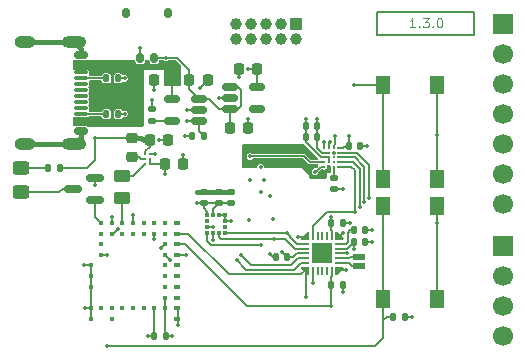
<source format=gbr>
%TF.GenerationSoftware,KiCad,Pcbnew,9.0.1+1*%
%TF.CreationDate,2025-09-07T08:19:20+00:00*%
%TF.ProjectId,ZSWatch-Heartrate-DevKit,5a535761-7463-4682-9d48-656172747261,1.3.0*%
%TF.SameCoordinates,Original*%
%TF.FileFunction,Copper,L1,Top*%
%TF.FilePolarity,Positive*%
%FSLAX46Y46*%
G04 Gerber Fmt 4.6, Leading zero omitted, Abs format (unit mm)*
G04 Created by KiCad (PCBNEW 9.0.1+1) date 2025-09-07 08:19:20*
%MOMM*%
%LPD*%
G01*
G04 APERTURE LIST*
G04 Aperture macros list*
%AMRoundRect*
0 Rectangle with rounded corners*
0 $1 Rounding radius*
0 $2 $3 $4 $5 $6 $7 $8 $9 X,Y pos of 4 corners*
0 Add a 4 corners polygon primitive as box body*
4,1,4,$2,$3,$4,$5,$6,$7,$8,$9,$2,$3,0*
0 Add four circle primitives for the rounded corners*
1,1,$1+$1,$2,$3*
1,1,$1+$1,$4,$5*
1,1,$1+$1,$6,$7*
1,1,$1+$1,$8,$9*
0 Add four rect primitives between the rounded corners*
20,1,$1+$1,$2,$3,$4,$5,0*
20,1,$1+$1,$4,$5,$6,$7,0*
20,1,$1+$1,$6,$7,$8,$9,0*
20,1,$1+$1,$8,$9,$2,$3,0*%
%AMOutline4P*
0 Free polygon, 4 corners , with rotation*
0 The origin of the aperture is its center*
0 number of corners: always 4*
0 $1 to $8 corner X, Y*
0 $9 Rotation angle, in degrees counterclockwise*
0 create outline with 4 corners*
4,1,4,$1,$2,$3,$4,$5,$6,$7,$8,$1,$2,$9*%
G04 Aperture macros list end*
%TA.AperFunction,NonConductor*%
%ADD10C,0.200000*%
%TD*%
%ADD11C,0.120000*%
%TA.AperFunction,NonConductor*%
%ADD12C,0.120000*%
%TD*%
%TA.AperFunction,SMDPad,CuDef*%
%ADD13RoundRect,0.225000X-0.225000X-0.250000X0.225000X-0.250000X0.225000X0.250000X-0.225000X0.250000X0*%
%TD*%
%TA.AperFunction,SMDPad,CuDef*%
%ADD14RoundRect,0.140000X-0.140000X-0.170000X0.140000X-0.170000X0.140000X0.170000X-0.140000X0.170000X0*%
%TD*%
%TA.AperFunction,SMDPad,CuDef*%
%ADD15RoundRect,0.140000X0.170000X-0.140000X0.170000X0.140000X-0.170000X0.140000X-0.170000X-0.140000X0*%
%TD*%
%TA.AperFunction,SMDPad,CuDef*%
%ADD16RoundRect,0.250000X0.450000X-0.262500X0.450000X0.262500X-0.450000X0.262500X-0.450000X-0.262500X0*%
%TD*%
%TA.AperFunction,BGAPad,CuDef*%
%ADD17C,0.230000*%
%TD*%
%TA.AperFunction,SMDPad,CuDef*%
%ADD18RoundRect,0.150000X-0.425000X0.150000X-0.425000X-0.150000X0.425000X-0.150000X0.425000X0.150000X0*%
%TD*%
%TA.AperFunction,SMDPad,CuDef*%
%ADD19RoundRect,0.075000X-0.500000X0.075000X-0.500000X-0.075000X0.500000X-0.075000X0.500000X0.075000X0*%
%TD*%
%TA.AperFunction,ComponentPad*%
%ADD20O,2.100000X1.000000*%
%TD*%
%TA.AperFunction,ComponentPad*%
%ADD21O,1.800000X1.000000*%
%TD*%
%TA.AperFunction,SMDPad,CuDef*%
%ADD22RoundRect,0.135000X0.135000X0.185000X-0.135000X0.185000X-0.135000X-0.185000X0.135000X-0.185000X0*%
%TD*%
%TA.AperFunction,ComponentPad*%
%ADD23R,1.700000X1.700000*%
%TD*%
%TA.AperFunction,ComponentPad*%
%ADD24C,1.700000*%
%TD*%
%TA.AperFunction,SMDPad,CuDef*%
%ADD25RoundRect,0.135000X0.185000X-0.135000X0.185000X0.135000X-0.185000X0.135000X-0.185000X-0.135000X0*%
%TD*%
%TA.AperFunction,SMDPad,CuDef*%
%ADD26RoundRect,0.140000X0.140000X0.170000X-0.140000X0.170000X-0.140000X-0.170000X0.140000X-0.170000X0*%
%TD*%
%TA.AperFunction,ComponentPad*%
%ADD27R,1.000000X1.000000*%
%TD*%
%TA.AperFunction,ComponentPad*%
%ADD28C,1.000000*%
%TD*%
%TA.AperFunction,SMDPad,CuDef*%
%ADD29RoundRect,0.250000X0.450000X-0.325000X0.450000X0.325000X-0.450000X0.325000X-0.450000X-0.325000X0*%
%TD*%
%TA.AperFunction,SMDPad,CuDef*%
%ADD30R,1.140000X0.575000*%
%TD*%
%TA.AperFunction,SMDPad,CuDef*%
%ADD31R,0.200000X0.700000*%
%TD*%
%TA.AperFunction,SMDPad,CuDef*%
%ADD32Outline4P,-0.360000X-0.180000X0.360000X-0.180000X0.000000X0.180000X0.000000X0.180000X315.000000*%
%TD*%
%TA.AperFunction,SMDPad,CuDef*%
%ADD33R,0.700000X0.200000*%
%TD*%
%TA.AperFunction,SMDPad,CuDef*%
%ADD34Outline4P,-0.360000X-0.180000X0.360000X-0.180000X0.000000X0.180000X0.000000X0.180000X45.000000*%
%TD*%
%TA.AperFunction,SMDPad,CuDef*%
%ADD35Outline4P,-0.360000X-0.180000X0.360000X-0.180000X0.000000X0.180000X0.000000X0.180000X135.000000*%
%TD*%
%TA.AperFunction,SMDPad,CuDef*%
%ADD36Outline4P,-0.360000X-0.180000X0.360000X-0.180000X0.000000X0.180000X0.000000X0.180000X225.000000*%
%TD*%
%TA.AperFunction,SMDPad,CuDef*%
%ADD37R,1.701800X1.701800*%
%TD*%
%TA.AperFunction,SMDPad,CuDef*%
%ADD38RoundRect,0.150000X0.587500X0.150000X-0.587500X0.150000X-0.587500X-0.150000X0.587500X-0.150000X0*%
%TD*%
%TA.AperFunction,SMDPad,CuDef*%
%ADD39R,1.300000X1.500000*%
%TD*%
%TA.AperFunction,SMDPad,CuDef*%
%ADD40R,0.350000X0.375000*%
%TD*%
%TA.AperFunction,SMDPad,CuDef*%
%ADD41R,0.375000X0.350000*%
%TD*%
%TA.AperFunction,SMDPad,CuDef*%
%ADD42RoundRect,0.150000X-0.512500X-0.150000X0.512500X-0.150000X0.512500X0.150000X-0.512500X0.150000X0*%
%TD*%
%TA.AperFunction,SMDPad,CuDef*%
%ADD43RoundRect,0.203200X-0.000010X-0.000010X0.000010X-0.000010X0.000010X0.000010X-0.000010X0.000010X0*%
%TD*%
%TA.AperFunction,SMDPad,CuDef*%
%ADD44R,0.457200X0.406400*%
%TD*%
%TA.AperFunction,SMDPad,CuDef*%
%ADD45R,0.463000X0.406400*%
%TD*%
%TA.AperFunction,SMDPad,CuDef*%
%ADD46RoundRect,0.225000X0.225000X0.250000X-0.225000X0.250000X-0.225000X-0.250000X0.225000X-0.250000X0*%
%TD*%
%TA.AperFunction,SMDPad,CuDef*%
%ADD47RoundRect,0.140000X-0.170000X0.140000X-0.170000X-0.140000X0.170000X-0.140000X0.170000X0.140000X0*%
%TD*%
%TA.AperFunction,SMDPad,CuDef*%
%ADD48RoundRect,0.135000X-0.135000X-0.185000X0.135000X-0.185000X0.135000X0.185000X-0.135000X0.185000X0*%
%TD*%
%TA.AperFunction,SMDPad,CuDef*%
%ADD49RoundRect,0.150000X0.512500X0.150000X-0.512500X0.150000X-0.512500X-0.150000X0.512500X-0.150000X0*%
%TD*%
%TA.AperFunction,SMDPad,CuDef*%
%ADD50RoundRect,0.218750X-0.256250X0.218750X-0.256250X-0.218750X0.256250X-0.218750X0.256250X0.218750X0*%
%TD*%
%TA.AperFunction,SMDPad,CuDef*%
%ADD51RoundRect,0.150000X0.150000X0.275000X-0.150000X0.275000X-0.150000X-0.275000X0.150000X-0.275000X0*%
%TD*%
%TA.AperFunction,SMDPad,CuDef*%
%ADD52RoundRect,0.175000X0.175000X0.225000X-0.175000X0.225000X-0.175000X-0.225000X0.175000X-0.225000X0*%
%TD*%
%TA.AperFunction,SMDPad,CuDef*%
%ADD53C,0.250000*%
%TD*%
%TA.AperFunction,ViaPad*%
%ADD54C,0.350000*%
%TD*%
%TA.AperFunction,Conductor*%
%ADD55C,0.200000*%
%TD*%
%TA.AperFunction,Conductor*%
%ADD56C,0.150000*%
%TD*%
%TA.AperFunction,Conductor*%
%ADD57C,0.400000*%
%TD*%
G04 APERTURE END LIST*
D10*
X215100000Y-137200000D02*
X223300000Y-137200000D01*
X223300000Y-139100000D01*
X215100000Y-139100000D01*
X215100000Y-137200000D01*
D11*
D12*
X218285714Y-138463855D02*
X217828571Y-138463855D01*
X218057143Y-138463855D02*
X218057143Y-137663855D01*
X218057143Y-137663855D02*
X217980952Y-137778140D01*
X217980952Y-137778140D02*
X217904762Y-137854331D01*
X217904762Y-137854331D02*
X217828571Y-137892426D01*
X218628572Y-138387664D02*
X218666667Y-138425760D01*
X218666667Y-138425760D02*
X218628572Y-138463855D01*
X218628572Y-138463855D02*
X218590476Y-138425760D01*
X218590476Y-138425760D02*
X218628572Y-138387664D01*
X218628572Y-138387664D02*
X218628572Y-138463855D01*
X218933333Y-137663855D02*
X219428571Y-137663855D01*
X219428571Y-137663855D02*
X219161905Y-137968617D01*
X219161905Y-137968617D02*
X219276190Y-137968617D01*
X219276190Y-137968617D02*
X219352381Y-138006712D01*
X219352381Y-138006712D02*
X219390476Y-138044807D01*
X219390476Y-138044807D02*
X219428571Y-138120998D01*
X219428571Y-138120998D02*
X219428571Y-138311474D01*
X219428571Y-138311474D02*
X219390476Y-138387664D01*
X219390476Y-138387664D02*
X219352381Y-138425760D01*
X219352381Y-138425760D02*
X219276190Y-138463855D01*
X219276190Y-138463855D02*
X219047619Y-138463855D01*
X219047619Y-138463855D02*
X218971428Y-138425760D01*
X218971428Y-138425760D02*
X218933333Y-138387664D01*
X219771429Y-138387664D02*
X219809524Y-138425760D01*
X219809524Y-138425760D02*
X219771429Y-138463855D01*
X219771429Y-138463855D02*
X219733333Y-138425760D01*
X219733333Y-138425760D02*
X219771429Y-138387664D01*
X219771429Y-138387664D02*
X219771429Y-138463855D01*
X220304762Y-137663855D02*
X220380952Y-137663855D01*
X220380952Y-137663855D02*
X220457143Y-137701950D01*
X220457143Y-137701950D02*
X220495238Y-137740045D01*
X220495238Y-137740045D02*
X220533333Y-137816236D01*
X220533333Y-137816236D02*
X220571428Y-137968617D01*
X220571428Y-137968617D02*
X220571428Y-138159093D01*
X220571428Y-138159093D02*
X220533333Y-138311474D01*
X220533333Y-138311474D02*
X220495238Y-138387664D01*
X220495238Y-138387664D02*
X220457143Y-138425760D01*
X220457143Y-138425760D02*
X220380952Y-138463855D01*
X220380952Y-138463855D02*
X220304762Y-138463855D01*
X220304762Y-138463855D02*
X220228571Y-138425760D01*
X220228571Y-138425760D02*
X220190476Y-138387664D01*
X220190476Y-138387664D02*
X220152381Y-138311474D01*
X220152381Y-138311474D02*
X220114285Y-138159093D01*
X220114285Y-138159093D02*
X220114285Y-137968617D01*
X220114285Y-137968617D02*
X220152381Y-137816236D01*
X220152381Y-137816236D02*
X220190476Y-137740045D01*
X220190476Y-137740045D02*
X220228571Y-137701950D01*
X220228571Y-137701950D02*
X220304762Y-137663855D01*
D13*
%TO.P,C401,1*%
%TO.N,/Project Architecture/Main/V_{BAT}*%
X195850000Y-148025000D03*
%TO.P,C401,2*%
%TO.N,GND*%
X197400000Y-148025000D03*
%TD*%
D14*
%TO.P,C412,1*%
%TO.N,/Project Architecture/Main/V_{LED}*%
X212700000Y-148475000D03*
%TO.P,C412,2*%
%TO.N,GND*%
X213660000Y-148475000D03*
%TD*%
D15*
%TO.P,C416,1*%
%TO.N,+1V8*%
X200400000Y-153335000D03*
%TO.P,C416,2*%
%TO.N,GND*%
X200400000Y-152375000D03*
%TD*%
D16*
%TO.P,R403,1*%
%TO.N,Net-(M401-P0.01)*%
X193510000Y-152887500D03*
%TO.P,R403,2*%
%TO.N,/Project Architecture/Main/ENABLE_{LED}*%
X193510000Y-151062500D03*
%TD*%
D17*
%TO.P,IC402,A1,IN*%
%TO.N,/Project Architecture/Main/V_{BAT}*%
X195450000Y-149225000D03*
%TO.P,IC402,A2,GND*%
%TO.N,GND*%
X195850000Y-149225000D03*
%TO.P,IC402,B1,L*%
%TO.N,Net-(IC402-L)*%
X195450000Y-149625000D03*
%TO.P,IC402,B2,OUT*%
%TO.N,/Project Architecture/Main/V_{LED}*%
X195850000Y-149625000D03*
%TO.P,IC402,C1,EN*%
%TO.N,/Project Architecture/Main/ENABLE_{LED}*%
X195450000Y-150025000D03*
%TO.P,IC402,C2,FB*%
%TO.N,/Project Architecture/Main/V_{LED}*%
X195850000Y-150025000D03*
%TD*%
D18*
%TO.P,X401,A1,GND*%
%TO.N,GND*%
X190005000Y-140830000D03*
%TO.P,X401,A4,VBUS*%
%TO.N,Net-(IC403-V_{DD})*%
X190005000Y-141630000D03*
D19*
%TO.P,X401,A5,CC1*%
%TO.N,Net-(X401-CC1)*%
X190005000Y-142780000D03*
%TO.P,X401,A6,D+*%
%TO.N,unconnected-(X401-D+-PadA6)*%
X190005000Y-143780000D03*
%TO.P,X401,A7,D-*%
%TO.N,unconnected-(X401-D--PadA7)*%
X190005000Y-144280000D03*
%TO.P,X401,A8*%
%TO.N,N/C*%
X190005000Y-145280000D03*
D18*
%TO.P,X401,A9,VBUS*%
%TO.N,Net-(IC403-V_{DD})*%
X190005000Y-146430000D03*
%TO.P,X401,A12,GND*%
%TO.N,GND*%
X190005000Y-147230000D03*
%TO.P,X401,B1,GND*%
X190005000Y-147230000D03*
%TO.P,X401,B4,VBUS*%
%TO.N,Net-(IC403-V_{DD})*%
X190005000Y-146430000D03*
D19*
%TO.P,X401,B5,CC2*%
%TO.N,Net-(X401-CC2)*%
X190005000Y-145780000D03*
%TO.P,X401,B6,D+*%
%TO.N,unconnected-(X401-D+-PadB6)*%
X190005000Y-144780000D03*
%TO.P,X401,B7,D-*%
%TO.N,unconnected-(X401-D--PadB7)*%
X190005000Y-143280000D03*
%TO.P,X401,B8*%
%TO.N,N/C*%
X190005000Y-142280000D03*
D18*
%TO.P,X401,B9,VBUS*%
%TO.N,Net-(IC403-V_{DD})*%
X190005000Y-141630000D03*
%TO.P,X401,B12,GND*%
%TO.N,GND*%
X190005000Y-140830000D03*
D20*
%TO.P,X401,S1,SHIELD*%
X189430000Y-139710000D03*
D21*
X185250000Y-139710000D03*
D20*
X189430000Y-148350000D03*
D21*
X185250000Y-148350000D03*
%TD*%
D22*
%TO.P,R401,1*%
%TO.N,/Project Architecture/Main/V_{BAT}*%
X188210000Y-150350000D03*
%TO.P,R401,2*%
%TO.N,Net-(D401-A)*%
X187190000Y-150350000D03*
%TD*%
%TO.P,R409,1*%
%TO.N,+1V8*%
X212210000Y-155000000D03*
%TO.P,R409,2*%
%TO.N,Net-(IC404-INT_{PPG})*%
X211190000Y-155000000D03*
%TD*%
D23*
%TO.P,J402,1,Pin_1*%
%TO.N,GND*%
X225700000Y-138135000D03*
D24*
%TO.P,J402,2,Pin_2*%
%TO.N,Net-(IC404-SCLK_{SENSOR})*%
X225700000Y-140675000D03*
%TO.P,J402,3,Pin_3*%
%TO.N,Net-(IC404-MISO_{SENSOR})*%
X225700000Y-143215000D03*
%TO.P,J402,4,Pin_4*%
%TO.N,Net-(IC404-MOSI_{SENSOR})*%
X225700000Y-145755000D03*
%TO.P,J402,5,Pin_5*%
%TO.N,Net-(IC404-CS_{PPG})*%
X225700000Y-148295000D03*
%TO.P,J402,6,Pin_6*%
%TO.N,Net-(IC404-CS_{ACC})*%
X225700000Y-150835000D03*
%TO.P,J402,7,Pin_7*%
%TO.N,/Project Architecture/Main/STATUS*%
X225700000Y-153375000D03*
%TD*%
D14*
%TO.P,C410,1*%
%TO.N,Net-(IC404-V_{CORE})*%
X213100000Y-155650000D03*
%TO.P,C410,2*%
%TO.N,GND*%
X214060000Y-155650000D03*
%TD*%
D25*
%TO.P,R406,1*%
%TO.N,Net-(IC403-PROG)*%
X196000000Y-146400000D03*
%TO.P,R406,2*%
%TO.N,GND*%
X196000000Y-145380000D03*
%TD*%
D15*
%TO.P,C411,1*%
%TO.N,+1V8*%
X201700000Y-153335000D03*
%TO.P,C411,2*%
%TO.N,GND*%
X201700000Y-152375000D03*
%TD*%
D14*
%TO.P,C408,1*%
%TO.N,+1V8*%
X213090000Y-156650000D03*
%TO.P,C408,2*%
%TO.N,GND*%
X214050000Y-156650000D03*
%TD*%
D26*
%TO.P,C409,1*%
%TO.N,+1V8*%
X207480000Y-157925000D03*
%TO.P,C409,2*%
%TO.N,GND*%
X206520000Y-157925000D03*
%TD*%
D23*
%TO.P,J401,1,Pin_1*%
%TO.N,/Project Architecture/Main/SDA*%
X225700000Y-156975000D03*
D24*
%TO.P,J401,2,Pin_2*%
%TO.N,/Project Architecture/Main/SCL*%
X225700000Y-159515000D03*
%TO.P,J401,3,Pin_3*%
%TO.N,/Project Architecture/Main/~{RESET_{HR}}*%
X225700000Y-162055000D03*
%TO.P,J401,4,Pin_4*%
%TO.N,GND*%
X225700000Y-164595000D03*
%TD*%
D27*
%TO.P,X403,1,VTref*%
%TO.N,+1V8*%
X208200000Y-138200000D03*
D28*
%TO.P,X403,2,SWDIO/TMS*%
%TO.N,/Project Architecture/Main/SWDIO*%
X208200000Y-139470000D03*
%TO.P,X403,3,GND*%
%TO.N,GND*%
X206930000Y-138200000D03*
%TO.P,X403,4,SWCLK/TCK*%
%TO.N,/Project Architecture/Main/SWDCLK*%
X206930000Y-139470000D03*
%TO.P,X403,5,GND*%
%TO.N,GND*%
X205660000Y-138200000D03*
%TO.P,X403,6,SWO/TDO*%
%TO.N,unconnected-(X403-SWO{slash}TDO-Pad6)*%
X205660000Y-139470000D03*
%TO.P,X403,7,KEY*%
%TO.N,unconnected-(X403-KEY-Pad7)*%
X204390000Y-138200000D03*
%TO.P,X403,8,NC/TDI*%
%TO.N,unconnected-(X403-NC{slash}TDI-Pad8)*%
X204390000Y-139470000D03*
%TO.P,X403,9,GNDDetect*%
%TO.N,unconnected-(X403-GNDDetect-Pad9)*%
X203120000Y-138200000D03*
%TO.P,X403,10,~{RESET}*%
%TO.N,/Project Architecture/Main/~{RESET}*%
X203120000Y-139470000D03*
%TD*%
D29*
%TO.P,D401,1,K*%
%TO.N,Net-(D401-K)*%
X184900000Y-152400000D03*
%TO.P,D401,2,A*%
%TO.N,Net-(D401-A)*%
X184900000Y-150350000D03*
%TD*%
D30*
%TO.P,Y401,1,1*%
%TO.N,Net-(IC404-32k_{OUT})*%
X213500000Y-158687500D03*
%TO.P,Y401,2,2*%
%TO.N,Net-(IC404-32k_{IN})*%
X213500000Y-157862500D03*
%TD*%
D26*
%TO.P,C417,1*%
%TO.N,+1V8*%
X209980000Y-146775000D03*
%TO.P,C417,2*%
%TO.N,GND*%
X209020000Y-146775000D03*
%TD*%
D31*
%TO.P,IC404,1,MFIO*%
%TO.N,/Project Architecture/Main/STATUS*%
X209230000Y-159050000D03*
D32*
X209010000Y-159020000D03*
D33*
X208980000Y-158800000D03*
D31*
%TO.P,IC404,2,CS_{ACC}*%
%TO.N,Net-(IC404-CS_{ACC})*%
X209630000Y-159050000D03*
%TO.P,IC404,3*%
%TO.N,N/C*%
X210030000Y-159050000D03*
%TO.P,IC404,4*%
X210430000Y-159050000D03*
%TO.P,IC404,5*%
X210830000Y-159050000D03*
%TO.P,IC404,6,~{RESET}*%
%TO.N,/Project Architecture/Main/~{RESET_{HR}}*%
X211230000Y-159050000D03*
%TO.P,IC404,7,GND*%
%TO.N,GND*%
X211630000Y-159050000D03*
D34*
X211850000Y-159020000D03*
D33*
X211880000Y-158800000D03*
%TO.P,IC404,8,32k_{OUT}*%
%TO.N,Net-(IC404-32k_{OUT})*%
X211880000Y-158400000D03*
%TO.P,IC404,9,32k_{IN}*%
%TO.N,Net-(IC404-32k_{IN})*%
X211880000Y-158000000D03*
%TO.P,IC404,10,GND*%
%TO.N,GND*%
X211880000Y-157600000D03*
%TO.P,IC404,11,V_{DD}*%
%TO.N,+1V8*%
X211880000Y-157200000D03*
%TO.P,IC404,12,V_{CORE}*%
%TO.N,Net-(IC404-V_{CORE})*%
X211880000Y-156800000D03*
%TO.P,IC404,13,INT_{ACC}*%
%TO.N,/Project Architecture/Main/INT_{ACC}*%
X211880000Y-156400000D03*
D35*
X211850000Y-156180000D03*
D31*
X211630000Y-156150000D03*
%TO.P,IC404,14,INT_{PPG}*%
%TO.N,Net-(IC404-INT_{PPG})*%
X211230000Y-156150000D03*
%TO.P,IC404,15*%
%TO.N,N/C*%
X210830000Y-156150000D03*
%TO.P,IC404,16*%
X210430000Y-156150000D03*
%TO.P,IC404,17*%
X210030000Y-156150000D03*
%TO.P,IC404,18,CS_{PPG}*%
%TO.N,Net-(IC404-CS_{PPG})*%
X209630000Y-156150000D03*
D33*
%TO.P,IC404,19,SCLK_{SENSOR}*%
%TO.N,Net-(IC404-SCLK_{SENSOR})*%
X208980000Y-156400000D03*
D36*
X209010000Y-156180000D03*
D31*
X209230000Y-156150000D03*
D33*
%TO.P,IC404,20,MOSI_{SENSOR}*%
%TO.N,Net-(IC404-MOSI_{SENSOR})*%
X208980000Y-156800000D03*
%TO.P,IC404,21,MISO_{SENSOR}*%
%TO.N,Net-(IC404-MISO_{SENSOR})*%
X208980000Y-157200000D03*
%TO.P,IC404,22,V_{DD}*%
%TO.N,+1V8*%
X208980000Y-157600000D03*
%TO.P,IC404,23,SDA*%
%TO.N,/Project Architecture/Main/SDA*%
X208980000Y-158000000D03*
%TO.P,IC404,24,SCL*%
%TO.N,/Project Architecture/Main/SCL*%
X208980000Y-158400000D03*
D37*
%TO.P,IC404,25*%
%TO.N,N/C*%
X210430000Y-157600000D03*
%TD*%
D38*
%TO.P,Q401,1,G*%
%TO.N,Net-(M401-P0.02)*%
X191200000Y-153075000D03*
%TO.P,Q401,2,S*%
%TO.N,GND*%
X191200000Y-151175000D03*
%TO.P,Q401,3,D*%
%TO.N,Net-(D401-K)*%
X189325000Y-152125000D03*
%TD*%
D26*
%TO.P,C406,1*%
%TO.N,+1V8*%
X197180000Y-164600000D03*
%TO.P,C406,2*%
%TO.N,GND*%
X196220000Y-164600000D03*
%TD*%
D22*
%TO.P,R405,1*%
%TO.N,GND*%
X193160000Y-145780000D03*
%TO.P,R405,2*%
%TO.N,Net-(X401-CC2)*%
X192140000Y-145780000D03*
%TD*%
D39*
%TO.P,SW401,1,1*%
%TO.N,/Project Architecture/Main/~{RESET}*%
X215600000Y-161500000D03*
%TO.P,SW401,2,2*%
%TO.N,GND*%
X220100000Y-161500000D03*
%TO.P,SW401,3,3*%
%TO.N,/Project Architecture/Main/~{RESET}*%
X215600000Y-153550000D03*
%TO.P,SW401,4,4*%
%TO.N,GND*%
X220100000Y-153550000D03*
%TD*%
D40*
%TO.P,IC406,1,SCL/SCLK*%
%TO.N,Net-(IC404-SCLK_{SENSOR})*%
X200687500Y-155867500D03*
%TO.P,IC406,2,CS*%
%TO.N,Net-(IC404-CS_{ACC})*%
X201187500Y-155867500D03*
%TO.P,IC406,3,SDO/ADDR0*%
%TO.N,Net-(IC404-MISO_{SENSOR})*%
X201687500Y-155867500D03*
%TO.P,IC406,4,SDA/SDI/SDO*%
%TO.N,Net-(IC404-MOSI_{SENSOR})*%
X202187500Y-155867500D03*
D41*
%TO.P,IC406,5,NC*%
%TO.N,unconnected-(IC406-NC-Pad5)*%
X202200000Y-155355000D03*
%TO.P,IC406,6,GND*%
%TO.N,GND*%
X202200000Y-154855000D03*
D40*
%TO.P,IC406,7,RES*%
X202187500Y-154342500D03*
%TO.P,IC406,8,GND*%
X201687500Y-154342500D03*
%TO.P,IC406,9,VDD*%
%TO.N,+1V8*%
X201187500Y-154342500D03*
%TO.P,IC406,10,VDD_{IO}*%
X200687500Y-154342500D03*
D41*
%TO.P,IC406,11,INT2*%
%TO.N,unconnected-(IC406-INT2-Pad11)*%
X200675000Y-154855000D03*
%TO.P,IC406,12,INT1*%
%TO.N,/Project Architecture/Main/INT_{ACC}*%
X200675000Y-155355000D03*
%TD*%
D15*
%TO.P,C414,1*%
%TO.N,+1V8*%
X202700000Y-153335000D03*
%TO.P,C414,2*%
%TO.N,GND*%
X202700000Y-152375000D03*
%TD*%
D42*
%TO.P,IC401,1,IN*%
%TO.N,/Project Architecture/Main/V_{BAT}*%
X202625000Y-143500000D03*
%TO.P,IC401,2,GND*%
%TO.N,GND*%
X202625000Y-144450000D03*
%TO.P,IC401,3,EN*%
%TO.N,/Project Architecture/Main/V_{BAT}*%
X202625000Y-145400000D03*
%TO.P,IC401,4,FLG*%
%TO.N,unconnected-(IC401-FLG-Pad4)*%
X204900000Y-145400000D03*
%TO.P,IC401,5,OUT*%
%TO.N,+1V8*%
X204900000Y-143500000D03*
%TD*%
D43*
%TO.P,M401,A1,GND*%
%TO.N,GND*%
X190817600Y-163113600D03*
%TO.P,M401,A3,P1.09*%
%TO.N,unconnected-(M401-P1.09-PadA3)*%
X192621000Y-163113600D03*
%TO.P,M401,A9,GND*%
%TO.N,GND*%
X198005800Y-163113600D03*
D44*
X198234400Y-163113600D03*
D43*
%TO.P,M401,B1,GND*%
X190817600Y-162224600D03*
%TO.P,M401,B2,P1.10*%
%TO.N,unconnected-(M401-P1.10-PadB2)*%
X191706600Y-162224600D03*
%TO.P,M401,B3,P1.11/AIN4*%
%TO.N,unconnected-(M401-P1.11{slash}AIN4-PadB3)*%
X192621000Y-162224600D03*
%TO.P,M401,B4,P1.12/AIN5*%
%TO.N,unconnected-(M401-P1.12{slash}AIN5-PadB4)*%
X193510000Y-162224600D03*
%TO.P,M401,B5,P1.13/AIN6*%
%TO.N,unconnected-(M401-P1.13{slash}AIN6-PadB5)*%
X194399000Y-162224600D03*
%TO.P,M401,B6,P1.14/AIN7*%
%TO.N,unconnected-(M401-P1.14{slash}AIN7-PadB6)*%
X195313400Y-162224600D03*
%TO.P,M401,B7,GND*%
%TO.N,GND*%
X196202400Y-162224600D03*
%TO.P,M401,B8,VDD*%
%TO.N,+1V8*%
X197116800Y-162224600D03*
%TO.P,M401,B9,GND*%
%TO.N,GND*%
X198005800Y-162224600D03*
D44*
X198234400Y-162224600D03*
D43*
%TO.P,M401,C8,VDD*%
%TO.N,+1V8*%
X197116800Y-161335600D03*
%TO.P,M401,C9,P1.01/32K*%
%TO.N,unconnected-(M401-P1.01{slash}32K-PadC9)*%
X198005800Y-161335600D03*
D44*
%TO.N,unconnected-(M401-P1.01{slash}32K-PadC9)_1*%
X198234400Y-161335600D03*
D43*
%TO.P,M401,D1,GND*%
%TO.N,GND*%
X190817600Y-160421200D03*
%TO.P,M401,D8,P1.00/32K*%
%TO.N,unconnected-(M401-P1.00{slash}32K-PadD8)*%
X197116800Y-160421200D03*
%TO.P,M401,D9,P1.02/NFC1*%
%TO.N,unconnected-(M401-P1.02{slash}NFC1-PadD9)*%
X198005800Y-160421200D03*
D44*
%TO.N,unconnected-(M401-P1.02{slash}NFC1-PadD9)_1*%
X198234400Y-160421200D03*
D43*
%TO.P,M401,E1,GND*%
%TO.N,GND*%
X190817600Y-159532200D03*
%TO.P,M401,E8,P1.03/NFC2*%
%TO.N,unconnected-(M401-P1.03{slash}NFC2-PadE8)*%
X197116800Y-159532200D03*
%TO.P,M401,E9,P1.04/AIN0*%
%TO.N,unconnected-(M401-P1.04{slash}AIN0-PadE9)_1*%
X198005800Y-159532200D03*
D44*
%TO.N,unconnected-(M401-P1.04{slash}AIN0-PadE9)*%
X198234400Y-159532200D03*
D43*
%TO.P,M401,F1,GND*%
%TO.N,GND*%
X190817600Y-158617800D03*
%TO.P,M401,F8,P1.05/AIN1*%
%TO.N,unconnected-(M401-P1.05{slash}AIN1-PadF8)*%
X197116800Y-158617800D03*
%TO.P,M401,F9,P1.06/AIN2*%
%TO.N,unconnected-(M401-P1.06{slash}AIN2-PadF9)*%
X198005800Y-158617800D03*
D44*
%TO.N,unconnected-(M401-P1.06{slash}AIN2-PadF9)_1*%
X198234400Y-158617800D03*
D43*
%TO.P,M401,G2,~{RESET}*%
%TO.N,/Project Architecture/Main/~{RESET}*%
X191706600Y-157728800D03*
%TO.P,M401,G8,P1.08*%
%TO.N,/Project Architecture/Main/SCL*%
X197116800Y-157728800D03*
%TO.P,M401,G9,P1.07/AIN3*%
%TO.N,/Project Architecture/Main/SDA*%
X198005800Y-157728800D03*
D44*
X198234400Y-157728800D03*
D43*
%TO.P,M401,H2,P0.04*%
%TO.N,unconnected-(M401-P0.04-PadH2)*%
X191706600Y-156814400D03*
%TO.P,M401,H8,GND*%
%TO.N,GND*%
X197116800Y-156814400D03*
%TO.P,M401,H9,P2.00*%
%TO.N,/Project Architecture/Main/~{RESET_{HR}}*%
X198005800Y-156814400D03*
D44*
X198234400Y-156814400D03*
D43*
%TO.P,M401,J2,P0.03*%
%TO.N,unconnected-(M401-P0.03-PadJ2)*%
X191706600Y-155925400D03*
%TO.P,M401,J3,SWDIO*%
%TO.N,/Project Architecture/Main/SWDIO*%
X192621000Y-155925400D03*
%TO.P,M401,J4,P0.00*%
%TO.N,unconnected-(M401-P0.00-PadJ4)*%
X193510000Y-155925400D03*
%TO.P,M401,J5,P2.09*%
%TO.N,unconnected-(M401-P2.09-PadJ5)*%
X194399000Y-155925400D03*
%TO.P,M401,J6,P2.07*%
%TO.N,unconnected-(M401-P2.07-PadJ6)*%
X195313400Y-155925400D03*
%TO.P,M401,J7,P2.03*%
%TO.N,Net-(M401-P2.03)*%
X196202400Y-155925400D03*
%TO.P,M401,J8,P2.02*%
%TO.N,unconnected-(M401-P2.02-PadJ8)*%
X197116800Y-155925400D03*
%TO.P,M401,J9,P2.01*%
%TO.N,/Project Architecture/Main/STATUS*%
X198005800Y-155925400D03*
D44*
X198234400Y-155925400D03*
D43*
%TO.P,M401,K2,P0.02*%
%TO.N,Net-(M401-P0.02)*%
X191706600Y-155036400D03*
%TO.P,M401,K3,SWDCLK*%
%TO.N,/Project Architecture/Main/SWDCLK*%
X192621000Y-155036400D03*
%TO.P,M401,K4,P0.01*%
%TO.N,Net-(M401-P0.01)*%
X193510000Y-155036400D03*
%TO.P,M401,K5,P2.10*%
%TO.N,/Project Architecture/Main/CHARGE*%
X194399000Y-155036400D03*
%TO.P,M401,K6,P2.08*%
%TO.N,unconnected-(M401-P2.08-PadK6)*%
X195313400Y-155036400D03*
%TO.P,M401,K7,P2.06*%
%TO.N,unconnected-(M401-P2.06-PadK7)*%
X196202400Y-155036400D03*
%TO.P,M401,K8,P2.05*%
%TO.N,unconnected-(M401-P2.05-PadK8)*%
X197116800Y-155036400D03*
%TO.P,M401,K9,P2.04*%
%TO.N,unconnected-(M401-P2.04-PadK9)*%
X198005800Y-155036400D03*
D45*
%TO.N,unconnected-(M401-P2.04-PadK9)_1*%
X198231500Y-155036400D03*
%TD*%
D22*
%TO.P,R407,1*%
%TO.N,/Project Architecture/Main/CHARGE*%
X200410000Y-147675000D03*
%TO.P,R407,2*%
%TO.N,+1V8*%
X199390000Y-147675000D03*
%TD*%
D46*
%TO.P,C404,1*%
%TO.N,+1V8*%
X204900000Y-141950000D03*
%TO.P,C404,2*%
%TO.N,GND*%
X203350000Y-141950000D03*
%TD*%
D13*
%TO.P,C407,1*%
%TO.N,/Project Architecture/Main/V_{BAT}*%
X199175000Y-142950000D03*
%TO.P,C407,2*%
%TO.N,GND*%
X200725000Y-142950000D03*
%TD*%
D47*
%TO.P,C413,1*%
%TO.N,Net-(IC405-V_{REF})*%
X211400000Y-151215000D03*
%TO.P,C413,2*%
%TO.N,GND*%
X211400000Y-152175000D03*
%TD*%
D22*
%TO.P,R402,1*%
%TO.N,+1V8*%
X217410000Y-162975000D03*
%TO.P,R402,2*%
%TO.N,/Project Architecture/Main/~{RESET}*%
X216390000Y-162975000D03*
%TD*%
D26*
%TO.P,C415,1*%
%TO.N,+1V8*%
X209980000Y-147775000D03*
%TO.P,C415,2*%
%TO.N,GND*%
X209020000Y-147775000D03*
%TD*%
D39*
%TO.P,SW402,1,1*%
%TO.N,GND*%
X220100000Y-143325000D03*
%TO.P,SW402,2,2*%
%TO.N,Net-(M401-P2.03)*%
X215600000Y-143325000D03*
%TO.P,SW402,3,3*%
%TO.N,GND*%
X220100000Y-151275000D03*
%TO.P,SW402,4,4*%
%TO.N,Net-(M401-P2.03)*%
X215600000Y-151275000D03*
%TD*%
D48*
%TO.P,R404,1*%
%TO.N,Net-(X401-CC1)*%
X192140000Y-142780000D03*
%TO.P,R404,2*%
%TO.N,GND*%
X193160000Y-142780000D03*
%TD*%
D49*
%TO.P,IC403,1,STAT*%
%TO.N,/Project Architecture/Main/CHARGE*%
X199975000Y-146400000D03*
%TO.P,IC403,2,V_{SS}*%
%TO.N,GND*%
X199975000Y-145450000D03*
%TO.P,IC403,3,V_{BAT}*%
%TO.N,/Project Architecture/Main/V_{BAT}*%
X199975000Y-144500000D03*
%TO.P,IC403,4,V_{DD}*%
%TO.N,Net-(IC403-V_{DD})*%
X197700000Y-144500000D03*
%TO.P,IC403,5,PROG*%
%TO.N,Net-(IC403-PROG)*%
X197700000Y-146400000D03*
%TD*%
D50*
%TO.P,L401,1,1*%
%TO.N,/Project Architecture/Main/V_{BAT}*%
X194350000Y-147837500D03*
%TO.P,L401,2,2*%
%TO.N,Net-(IC402-L)*%
X194350000Y-149412500D03*
%TD*%
D48*
%TO.P,R408,1*%
%TO.N,/Project Architecture/Main/~{RESET_{HR}}*%
X211190000Y-160300000D03*
%TO.P,R408,2*%
%TO.N,GND*%
X212210000Y-160300000D03*
%TD*%
D13*
%TO.P,C403,1*%
%TO.N,/Project Architecture/Main/V_{LED}*%
X197100000Y-150025000D03*
%TO.P,C403,2*%
%TO.N,GND*%
X198650000Y-150025000D03*
%TD*%
D51*
%TO.P,X402,1,Pin_1*%
%TO.N,/Project Architecture/Main/V_{BAT}*%
X196200000Y-141025000D03*
%TO.P,X402,2,Pin_2*%
%TO.N,GND*%
X195000000Y-141025000D03*
D52*
%TO.P,X402,MP*%
%TO.N,N/C*%
X197350000Y-137250000D03*
X193850000Y-137250000D03*
%TD*%
D53*
%TO.P,IC405,A1,V_{LED}*%
%TO.N,/Project Architecture/Main/V_{LED}*%
X211800000Y-148675000D03*
%TO.P,IC405,A2,SCLK*%
%TO.N,Net-(IC404-SCLK_{SENSOR})*%
X211800000Y-149075000D03*
%TO.P,IC405,A3,MISO*%
%TO.N,Net-(IC404-MISO_{SENSOR})*%
X211800000Y-149475000D03*
%TO.P,IC405,A4,MOSI*%
%TO.N,Net-(IC404-MOSI_{SENSOR})*%
X211800000Y-149875000D03*
%TO.P,IC405,A5,~{CSB}*%
%TO.N,Net-(IC404-CS_{PPG})*%
X211800000Y-150275000D03*
%TO.P,IC405,B1,LED3-DRV*%
%TO.N,Net-(IC405-LED3-DRV)*%
X211400000Y-148675000D03*
%TO.P,IC405,B2,~{INT}*%
%TO.N,Net-(IC404-INT_{PPG})*%
X211400000Y-149075000D03*
%TO.P,IC405,B3,GPIO1*%
%TO.N,unconnected-(IC405-GPIO1-PadB3)*%
X211400000Y-149475000D03*
%TO.P,IC405,B4,GPIO2*%
%TO.N,unconnected-(IC405-GPIO2-PadB4)*%
X211400000Y-149875000D03*
%TO.P,IC405,B5,V_{REF}*%
%TO.N,Net-(IC405-V_{REF})*%
X211400000Y-150275000D03*
%TO.P,IC405,C1,LED2-DRV*%
%TO.N,Net-(IC405-LED2-DRV)*%
X211000000Y-148675000D03*
%TO.P,IC405,C2,DVDD*%
%TO.N,+1V8*%
X211000000Y-149075000D03*
%TO.P,IC405,C3,DGND*%
%TO.N,GND*%
X211000000Y-149475000D03*
%TO.P,IC405,C4,AGND*%
X211000000Y-149875000D03*
%TO.P,IC405,C5,PD-GND*%
%TO.N,PD_GND*%
X211000000Y-150275000D03*
%TO.P,IC405,D1,LED1-DRV*%
%TO.N,Net-(IC405-LED1-DRV)*%
X210600000Y-148675000D03*
%TO.P,IC405,D2,AVDD*%
%TO.N,+1V8*%
X210600000Y-149075000D03*
%TO.P,IC405,D3,PGND*%
%TO.N,GND*%
X210600000Y-149475000D03*
%TO.P,IC405,D4,PD2-IN*%
%TO.N,Net-(D403-K)*%
X210600000Y-149875000D03*
%TO.P,IC405,D5,PD1-IN*%
%TO.N,Net-(D402-K)*%
X210600000Y-150275000D03*
%TD*%
D13*
%TO.P,C402,1*%
%TO.N,/Project Architecture/Main/V_{BAT}*%
X202625000Y-146950000D03*
%TO.P,C402,2*%
%TO.N,GND*%
X204175000Y-146950000D03*
%TD*%
D46*
%TO.P,C405,1*%
%TO.N,Net-(IC403-V_{DD})*%
X197700000Y-142950000D03*
%TO.P,C405,2*%
%TO.N,GND*%
X196150000Y-142950000D03*
%TD*%
D54*
%TO.N,GND*%
X206250000Y-154725000D03*
X190250000Y-158600000D03*
X196625000Y-148025000D03*
X198650000Y-149275000D03*
X202700000Y-154855000D03*
X198234400Y-163700000D03*
X193700000Y-145780000D03*
X220100000Y-155000000D03*
X195000000Y-140200000D03*
X199800000Y-152375000D03*
X220100000Y-147575000D03*
X196300000Y-149225000D03*
X209020000Y-146195000D03*
X206000000Y-157675000D03*
X204220000Y-154755000D03*
X214600000Y-155650000D03*
X196000000Y-144600000D03*
X203350000Y-142650000D03*
X190300000Y-162224600D03*
X200112500Y-143562500D03*
X204175000Y-146225000D03*
X193700000Y-142780000D03*
X214200000Y-148475000D03*
X196150000Y-143750000D03*
X212210000Y-160875000D03*
X195700000Y-164600000D03*
X199000000Y-145450000D03*
X201650000Y-144450000D03*
X212500000Y-157600000D03*
X212200000Y-152175000D03*
X196800000Y-157131200D03*
X212400000Y-158975000D03*
X191200000Y-151775000D03*
X214600000Y-156650000D03*
%TO.N,+1V8*%
X207050000Y-157475000D03*
X212775000Y-155000000D03*
X199800000Y-153335000D03*
X204125000Y-141950000D03*
X198800000Y-147675000D03*
X218000000Y-162975000D03*
X213090000Y-157210000D03*
X197700000Y-164600000D03*
X209980000Y-146195000D03*
%TO.N,PD_GND*%
X206100000Y-148775000D03*
X211000000Y-150275000D03*
X206100000Y-149975000D03*
%TO.N,/Project Architecture/Main/V_{LED}*%
X197100000Y-150875000D03*
X205500000Y-151375000D03*
X204300000Y-151375000D03*
X212700000Y-147675000D03*
%TO.N,/Project Architecture/Main/V_{BAT}*%
X197200000Y-141025000D03*
X191200000Y-147837500D03*
%TO.N,/Project Architecture/Main/INT_{ACC}*%
X201200000Y-155354998D03*
X212140000Y-155890000D03*
%TO.N,/Project Architecture/Main/SCL*%
X203200000Y-158175000D03*
X197563000Y-158175000D03*
%TO.N,/Project Architecture/Main/SDA*%
X203553800Y-157728800D03*
X198900000Y-157728800D03*
%TO.N,/Project Architecture/Main/~{RESET_{HR}}*%
X211190000Y-162055000D03*
%TO.N,/Project Architecture/Main/STATUS*%
X209010000Y-161275000D03*
%TO.N,/Project Architecture/Main/CHARGE*%
X199000000Y-146400000D03*
X194400000Y-154375000D03*
%TO.N,/Project Architecture/Main/SWDIO*%
X193100000Y-155500000D03*
%TO.N,/Project Architecture/Main/SWDCLK*%
X192621000Y-154475000D03*
%TO.N,/Project Architecture/Main/~{RESET}*%
X192200000Y-157728800D03*
X192200000Y-165475000D03*
%TO.N,Net-(D402-K)*%
X209800000Y-150685000D03*
%TO.N,Net-(D403-K)*%
X204300000Y-149375000D03*
%TO.N,Net-(IC404-SCLK_{SENSOR})*%
X205200000Y-156875000D03*
X208400000Y-156180000D03*
X214400000Y-152875000D03*
%TO.N,Net-(IC404-MOSI_{SENSOR})*%
X207400000Y-155867500D03*
X213600000Y-153675000D03*
%TO.N,Net-(IC404-CS_{PPG})*%
X213200000Y-154075000D03*
%TO.N,Net-(IC404-CS_{ACC})*%
X201187500Y-156475000D03*
X209629999Y-160075000D03*
%TO.N,Net-(IC404-INT_{PPG})*%
X211190000Y-154485000D03*
X211400000Y-149075000D03*
%TO.N,Net-(IC404-MISO_{SENSOR})*%
X214000000Y-153275000D03*
X206300000Y-156375000D03*
%TO.N,Net-(IC405-LED3-DRV)*%
X211500000Y-147675000D03*
X205200000Y-150275000D03*
%TO.N,Net-(IC405-LED1-DRV)*%
X205200000Y-152375000D03*
X210600000Y-148175000D03*
%TO.N,Net-(IC405-LED2-DRV)*%
X206000000Y-152775000D03*
X211100000Y-148209314D03*
%TO.N,Net-(M401-P2.03)*%
X213100000Y-143300000D03*
X196202400Y-156400000D03*
%TD*%
D55*
%TO.N,GND*%
X220100000Y-151275000D02*
X220100000Y-147575000D01*
D56*
X197400000Y-148025000D02*
X196625000Y-148025000D01*
D55*
X202200242Y-154855242D02*
X202200000Y-154855000D01*
X202700000Y-154855000D02*
X202200000Y-154855000D01*
X200112500Y-143562500D02*
X200725000Y-142950000D01*
X203350000Y-142650000D02*
X203350000Y-141950000D01*
X202200000Y-154855000D02*
X202200000Y-154355000D01*
X198234400Y-163700000D02*
X198234400Y-163113600D01*
D56*
X209020000Y-148195000D02*
X209020000Y-147775000D01*
D55*
X190250000Y-158600000D02*
X190267800Y-158617800D01*
X206250000Y-157925000D02*
X206520000Y-157925000D01*
D56*
X193700000Y-142780000D02*
X193160000Y-142780000D01*
D55*
X209020000Y-146195000D02*
X209020000Y-146775000D01*
D56*
X212400000Y-158975000D02*
X211895000Y-158975000D01*
X211880000Y-157600000D02*
X212500000Y-157600000D01*
X212210000Y-160875000D02*
X212210000Y-160300000D01*
D55*
X196800000Y-157131200D02*
X197116800Y-156814400D01*
D57*
X200400000Y-152375000D02*
X201700000Y-152375000D01*
D56*
X195850000Y-149225000D02*
X196300000Y-149225000D01*
D55*
X190267800Y-158617800D02*
X190817600Y-158617800D01*
X206000000Y-157675000D02*
X206250000Y-157925000D01*
D57*
X190005000Y-147230000D02*
X190005000Y-147775000D01*
X189430000Y-139710000D02*
X185250000Y-139710000D01*
D56*
X210600000Y-149475000D02*
X210300000Y-149475000D01*
D55*
X196000000Y-144600000D02*
X196000000Y-145380000D01*
D57*
X190005000Y-140830000D02*
X190005000Y-140285000D01*
D55*
X198234400Y-162224600D02*
X198234400Y-163113600D01*
X190817600Y-162224600D02*
X190817600Y-160421200D01*
X191200000Y-151175000D02*
X191200000Y-151775000D01*
D57*
X189430000Y-148350000D02*
X185250000Y-148350000D01*
D56*
X214200000Y-148475000D02*
X213660000Y-148475000D01*
D57*
X190005000Y-140285000D02*
X189430000Y-139710000D01*
D55*
X202200000Y-154355000D02*
X202187500Y-154342500D01*
D57*
X201700000Y-152375000D02*
X202700000Y-152375000D01*
D56*
X214600000Y-155650000D02*
X214060000Y-155650000D01*
D55*
X190817600Y-159532200D02*
X190817600Y-158617800D01*
X199975000Y-145450000D02*
X199000000Y-145450000D01*
X190817600Y-163113600D02*
X190817600Y-162224600D01*
X201687500Y-154342500D02*
X202187500Y-154342500D01*
X209020000Y-147775000D02*
X209020000Y-146775000D01*
X195000000Y-140200000D02*
X195000000Y-141025000D01*
X196202400Y-164582400D02*
X196202400Y-162224600D01*
D57*
X190005000Y-147775000D02*
X189430000Y-148350000D01*
D55*
X195700000Y-164600000D02*
X196220000Y-164600000D01*
D57*
X199800000Y-152375000D02*
X200400000Y-152375000D01*
D55*
X210600000Y-149475000D02*
X211000000Y-149475000D01*
D56*
X220100000Y-153550000D02*
X220100000Y-155000000D01*
D55*
X211000000Y-149875000D02*
X211000000Y-149475000D01*
D56*
X211895000Y-158975000D02*
X211850000Y-159020000D01*
D55*
X196150000Y-143750000D02*
X196150000Y-142950000D01*
D56*
X220100000Y-155000000D02*
X220100000Y-161500000D01*
X211400000Y-152175000D02*
X212200000Y-152175000D01*
D55*
X202625000Y-144450000D02*
X201650000Y-144450000D01*
D56*
X214050000Y-156650000D02*
X214600000Y-156650000D01*
X193700000Y-145780000D02*
X193160000Y-145780000D01*
X210300000Y-149475000D02*
X209020000Y-148195000D01*
D55*
X190817600Y-160421200D02*
X190817600Y-159532200D01*
D56*
X198650000Y-149275000D02*
X198650000Y-150025000D01*
D55*
X190300000Y-162224600D02*
X190817600Y-162224600D01*
X220100000Y-147575000D02*
X220100000Y-143325000D01*
X196220000Y-164600000D02*
X196202400Y-164582400D01*
X204175000Y-146225000D02*
X204175000Y-146950000D01*
D56*
%TO.N,+1V8*%
X199800000Y-153335000D02*
X200400000Y-153335000D01*
X201187500Y-153847500D02*
X201700000Y-153335000D01*
X210409082Y-149075000D02*
X209980000Y-148645918D01*
X211880000Y-157200000D02*
X211880001Y-157200001D01*
D55*
X204125000Y-141950000D02*
X204900000Y-141950000D01*
X197180000Y-164600000D02*
X197116800Y-164536800D01*
X212775000Y-155000000D02*
X212210000Y-155000000D01*
D56*
X202700000Y-153335000D02*
X201700000Y-153335000D01*
D55*
X209980000Y-147775000D02*
X209980000Y-146775000D01*
X208260190Y-157600000D02*
X208980000Y-157600000D01*
D56*
X213090000Y-157210000D02*
X213090000Y-156650000D01*
X200687500Y-154062500D02*
X200687500Y-154342500D01*
X211000000Y-149075000D02*
X210600000Y-149075000D01*
X210600000Y-149075000D02*
X210409082Y-149075000D01*
X211880001Y-157200001D02*
X212539999Y-157200001D01*
X200400000Y-153335000D02*
X200400000Y-153775000D01*
D55*
X209980000Y-146195000D02*
X209980000Y-146775000D01*
D56*
X200400000Y-153775000D02*
X200687500Y-154062500D01*
X201700000Y-153335000D02*
X200400000Y-153335000D01*
D55*
X207480000Y-157925000D02*
X207935190Y-157925000D01*
D56*
X209980000Y-148645918D02*
X209980000Y-147775000D01*
D55*
X197116800Y-164536800D02*
X197116800Y-162224600D01*
X197116800Y-162224600D02*
X197116800Y-161335600D01*
X198800000Y-147675000D02*
X199390000Y-147675000D01*
X207935190Y-157925000D02*
X208260190Y-157600000D01*
X207050000Y-157495000D02*
X207050000Y-157475000D01*
X197700000Y-164600000D02*
X197180000Y-164600000D01*
X204900000Y-141950000D02*
X204900000Y-143500000D01*
D56*
X218000000Y-162975000D02*
X217410000Y-162975000D01*
X212539999Y-157200001D02*
X213090000Y-156650000D01*
D55*
X207480000Y-157925000D02*
X207050000Y-157495000D01*
D56*
X201187500Y-154342500D02*
X201187500Y-153847500D01*
%TO.N,/Project Architecture/Main/V_{LED}*%
X212400000Y-148475000D02*
X212700000Y-148475000D01*
X211800000Y-148675000D02*
X212200000Y-148675000D01*
X195850000Y-150025000D02*
X197100000Y-150025000D01*
X197100000Y-150025000D02*
X197100000Y-150875000D01*
X195850000Y-150025000D02*
X195850000Y-149625000D01*
X212700000Y-147675000D02*
X212700000Y-148475000D01*
X212200000Y-148675000D02*
X212400000Y-148475000D01*
D55*
%TO.N,/Project Architecture/Main/V_{BAT}*%
X198125000Y-141025000D02*
X199175000Y-142075000D01*
X203587500Y-145084252D02*
X203271752Y-145400000D01*
X199975000Y-144500000D02*
X200800000Y-144500000D01*
X191200000Y-147837500D02*
X194350000Y-147837500D01*
X191200000Y-147837500D02*
X191200000Y-149675000D01*
X191200000Y-149675000D02*
X190525000Y-150350000D01*
D57*
X195300000Y-148025000D02*
X195112500Y-147837500D01*
D55*
X190525000Y-150350000D02*
X188210000Y-150350000D01*
X201700000Y-145400000D02*
X202625000Y-145400000D01*
D57*
X195112500Y-147837500D02*
X194350000Y-147837500D01*
D56*
X195850000Y-148025000D02*
X195850000Y-148550000D01*
D55*
X202625000Y-143500000D02*
X203287499Y-143500000D01*
X203271752Y-145400000D02*
X202625000Y-145400000D01*
X203287499Y-143500000D02*
X203587500Y-143800001D01*
X197200000Y-141025000D02*
X198125000Y-141025000D01*
X202625000Y-145400000D02*
X202625000Y-146950000D01*
D56*
X195850000Y-148550000D02*
X195450000Y-148950000D01*
D55*
X200800000Y-144500000D02*
X201700000Y-145400000D01*
X199175000Y-142075000D02*
X199175000Y-142950000D01*
X197200000Y-141025000D02*
X197300000Y-141025000D01*
X199175000Y-143700000D02*
X199975000Y-144500000D01*
X199175000Y-142950000D02*
X199175000Y-143700000D01*
X203587500Y-143800001D02*
X203587500Y-145084252D01*
D56*
X195450000Y-148950000D02*
X195450000Y-149225000D01*
D57*
X195850000Y-148025000D02*
X195300000Y-148025000D01*
D55*
X196200000Y-141025000D02*
X197200000Y-141025000D01*
D56*
%TO.N,/Project Architecture/Main/INT_{ACC}*%
X201199998Y-155355000D02*
X200675000Y-155355000D01*
X212140000Y-155890000D02*
X211850000Y-156180000D01*
X201200000Y-155354998D02*
X201199998Y-155355000D01*
%TO.N,/Project Architecture/Main/SCL*%
X204000000Y-158975000D02*
X208029264Y-158975000D01*
X208029264Y-158975000D02*
X208604263Y-158400001D01*
X197563000Y-158175000D02*
X197116800Y-157728800D01*
X203200000Y-158175000D02*
X204000000Y-158975000D01*
X208604263Y-158400001D02*
X208980000Y-158400001D01*
%TO.N,/Project Architecture/Main/SDA*%
X208400001Y-157999999D02*
X208980000Y-157999999D01*
X198234400Y-157728800D02*
X198900000Y-157728800D01*
X207800000Y-158600000D02*
X208400001Y-157999999D01*
X204425000Y-158600000D02*
X207800000Y-158600000D01*
X203553800Y-157728800D02*
X204425000Y-158600000D01*
%TO.N,/Project Architecture/Main/~{RESET_{HR}}*%
X211230001Y-159530001D02*
X211190000Y-159570002D01*
X211190000Y-162055000D02*
X204080000Y-162055000D01*
X211190000Y-159570002D02*
X211190000Y-160300000D01*
X204080000Y-162055000D02*
X198839400Y-156814400D01*
X198839400Y-156814400D02*
X198234400Y-156814400D01*
X211190000Y-162055000D02*
X211190000Y-160300000D01*
X211230001Y-159050000D02*
X211230001Y-159530001D01*
%TO.N,/Project Architecture/Main/STATUS*%
X209010000Y-161275000D02*
X209010000Y-159020000D01*
X209010000Y-159020000D02*
X208655000Y-159375000D01*
X202500000Y-159375000D02*
X199050400Y-155925400D01*
X208655000Y-159375000D02*
X202500000Y-159375000D01*
X199050400Y-155925400D02*
X198234400Y-155925400D01*
%TO.N,/Project Architecture/Main/CHARGE*%
X194399000Y-155036400D02*
X194399000Y-154376000D01*
D55*
X199975000Y-147225000D02*
X199975000Y-146400000D01*
D56*
X199975000Y-146400000D02*
X199000000Y-146400000D01*
X194399000Y-154376000D02*
X194400000Y-154375000D01*
D55*
X200410000Y-147660000D02*
X199975000Y-147225000D01*
X200410000Y-147675000D02*
X200410000Y-147660000D01*
D56*
X194399000Y-155036400D02*
X194399000Y-155049000D01*
D55*
X200400000Y-147685000D02*
X200410000Y-147675000D01*
D56*
%TO.N,/Project Architecture/Main/ENABLE_{LED}*%
X193510000Y-151062500D02*
X194412500Y-151062500D01*
X194412500Y-151062500D02*
X195450000Y-150025000D01*
D55*
%TO.N,/Project Architecture/Main/SWDIO*%
X192674600Y-155925400D02*
X192621000Y-155925400D01*
D56*
X193100000Y-155500000D02*
X192674600Y-155925400D01*
%TO.N,/Project Architecture/Main/SWDCLK*%
X192621000Y-154475000D02*
X192621000Y-155036400D01*
%TO.N,/Project Architecture/Main/~{RESET}*%
X215900000Y-162975000D02*
X215600000Y-163275000D01*
X192200000Y-165475000D02*
X214900000Y-165475000D01*
X214900000Y-165475000D02*
X215600000Y-164775000D01*
X215600000Y-163275000D02*
X215600000Y-161500000D01*
X216390000Y-162975000D02*
X215900000Y-162975000D01*
X192200000Y-157728800D02*
X191706600Y-157728800D01*
X215600000Y-164775000D02*
X215600000Y-163275000D01*
D55*
X215600000Y-161500000D02*
X215600000Y-153550000D01*
%TO.N,Net-(IC403-V_{DD})*%
X197700000Y-142950000D02*
X197700000Y-144500000D01*
D56*
%TO.N,Net-(IC404-V_{CORE})*%
X212585000Y-155865000D02*
X212800000Y-155650000D01*
X211880001Y-156799999D02*
X212400001Y-156799999D01*
X212800000Y-155650000D02*
X213100000Y-155650000D01*
X211880000Y-156800000D02*
X211880001Y-156799999D01*
X212585000Y-156615000D02*
X212585000Y-155865000D01*
X212400001Y-156799999D02*
X212585000Y-156615000D01*
%TO.N,Net-(IC405-V_{REF})*%
X211400000Y-151215000D02*
X211400000Y-150275000D01*
D55*
%TO.N,Net-(D401-A)*%
X184900000Y-150350000D02*
X187190000Y-150350000D01*
%TO.N,Net-(D401-K)*%
X188175000Y-152400000D02*
X184900000Y-152400000D01*
X188450000Y-152125000D02*
X188175000Y-152400000D01*
X189325000Y-152125000D02*
X188450000Y-152125000D01*
D56*
%TO.N,Net-(D402-K)*%
X209900000Y-150685000D02*
X210310000Y-150275000D01*
X210310000Y-150275000D02*
X210600000Y-150275000D01*
X209800000Y-150685000D02*
X209900000Y-150685000D01*
%TO.N,Net-(D403-K)*%
X209400000Y-149875000D02*
X210600000Y-149875000D01*
X208900000Y-149375000D02*
X209400000Y-149875000D01*
X204300000Y-149375000D02*
X208900000Y-149375000D01*
%TO.N,Net-(IC402-L)*%
X194350000Y-149412500D02*
X194887500Y-149412500D01*
X195100000Y-149625000D02*
X195450000Y-149625000D01*
X194887500Y-149412500D02*
X195100000Y-149625000D01*
D55*
%TO.N,Net-(IC403-PROG)*%
X196000000Y-146400000D02*
X197700000Y-146400000D01*
X196100000Y-146410000D02*
X196090000Y-146400000D01*
X196090000Y-146400000D02*
X196000000Y-146400000D01*
D56*
%TO.N,Net-(IC404-SCLK_{SENSOR})*%
X213400000Y-149075000D02*
X214400000Y-150075000D01*
X205200000Y-156875000D02*
X201000000Y-156875000D01*
X200687500Y-156562500D02*
X200687500Y-155867500D01*
X211800000Y-149075000D02*
X213400000Y-149075000D01*
X201000000Y-156875000D02*
X200687500Y-156562500D01*
X214400000Y-150075000D02*
X214400000Y-152875000D01*
X208400000Y-156180000D02*
X209010000Y-156180000D01*
%TO.N,Net-(IC404-MOSI_{SENSOR})*%
X213000000Y-149875000D02*
X213600000Y-150475000D01*
X213600000Y-150475000D02*
X213600000Y-153675000D01*
X208325000Y-156800000D02*
X208980000Y-156800000D01*
X207400000Y-155867500D02*
X202187500Y-155867500D01*
X207400000Y-155867500D02*
X207700000Y-156167500D01*
X207700000Y-156175000D02*
X208325000Y-156800000D01*
X207700000Y-156167500D02*
X207700000Y-156175000D01*
X211800000Y-149875000D02*
X213000000Y-149875000D01*
%TO.N,Net-(IC404-CS_{PPG})*%
X213200000Y-150575000D02*
X212900000Y-150275000D01*
X213200000Y-154075000D02*
X213200000Y-150575000D01*
X213200000Y-154075000D02*
X210857900Y-154075000D01*
X210857900Y-154075000D02*
X209629999Y-155302901D01*
X212900000Y-150275000D02*
X211800000Y-150275000D01*
X209629999Y-155302901D02*
X209629999Y-156150000D01*
%TO.N,Net-(IC404-32k_{IN})*%
X212433900Y-158001000D02*
X212720050Y-158001000D01*
X212720050Y-158001000D02*
X212858550Y-157862500D01*
X211880000Y-157999999D02*
X212432899Y-157999999D01*
X212858550Y-157862500D02*
X213500000Y-157862500D01*
X212432899Y-157999999D02*
X212433900Y-158001000D01*
%TO.N,Net-(IC404-CS_{ACC})*%
X201187500Y-156475000D02*
X201187500Y-155867500D01*
X209629999Y-160075000D02*
X209629999Y-159050000D01*
%TO.N,Net-(IC404-INT_{PPG})*%
X211190000Y-154485000D02*
X211190000Y-155000000D01*
X211190000Y-155590000D02*
X211190000Y-155000000D01*
X211230000Y-155630000D02*
X211190000Y-155590000D01*
X211230000Y-156150000D02*
X211230000Y-155630000D01*
%TO.N,Net-(IC404-MISO_{SENSOR})*%
X208125000Y-157200000D02*
X208980000Y-157200000D01*
X213200000Y-149475000D02*
X214000000Y-150275000D01*
X206300000Y-156375000D02*
X207300000Y-156375000D01*
X201687500Y-156182000D02*
X201687500Y-155867500D01*
X201880500Y-156375000D02*
X201687500Y-156182000D01*
X207300000Y-156375000D02*
X208125000Y-157200000D01*
X214000000Y-150275000D02*
X214000000Y-153275000D01*
X211800000Y-149475000D02*
X213200000Y-149475000D01*
X206300000Y-156375000D02*
X201880500Y-156375000D01*
%TO.N,Net-(IC404-32k_{OUT})*%
X212950000Y-158687500D02*
X213500000Y-158687500D01*
X211880000Y-158400001D02*
X212662501Y-158400001D01*
X212662501Y-158400001D02*
X212950000Y-158687500D01*
%TO.N,Net-(IC405-LED3-DRV)*%
X211500000Y-147675000D02*
X211500000Y-148375000D01*
X211400000Y-148475000D02*
X211400000Y-148675000D01*
X211500000Y-148375000D02*
X211400000Y-148475000D01*
%TO.N,Net-(IC405-LED1-DRV)*%
X210600000Y-148675000D02*
X210600000Y-148175000D01*
%TO.N,Net-(IC405-LED2-DRV)*%
X211000000Y-148309314D02*
X211000000Y-148675000D01*
X211100000Y-148209314D02*
X211000000Y-148309314D01*
%TO.N,Net-(M401-P0.02)*%
X191200000Y-154529800D02*
X191706600Y-155036400D01*
X191200000Y-153075000D02*
X191200000Y-154529800D01*
%TO.N,Net-(M401-P2.03)*%
X215600000Y-143325000D02*
X213125000Y-143325000D01*
X196202400Y-156400000D02*
X196202400Y-155925400D01*
X213125000Y-143325000D02*
X213100000Y-143300000D01*
X215600000Y-143325000D02*
X215600000Y-151275000D01*
%TO.N,Net-(M401-P0.01)*%
X193510000Y-152887500D02*
X193510000Y-155036400D01*
%TO.N,Net-(X401-CC1)*%
X192140000Y-142780000D02*
X190005000Y-142780000D01*
%TO.N,Net-(X401-CC2)*%
X192140000Y-145780000D02*
X190005000Y-145780000D01*
%TD*%
%TA.AperFunction,Conductor*%
%TO.N,Net-(IC403-V_{DD})*%
G36*
X194542539Y-141219685D02*
G01*
X194588294Y-141272489D01*
X194598340Y-141318669D01*
X194598903Y-141318614D01*
X194599378Y-141323440D01*
X194599500Y-141324000D01*
X194599500Y-141324678D01*
X194614032Y-141397735D01*
X194614033Y-141397739D01*
X194614034Y-141397740D01*
X194669399Y-141480601D01*
X194752260Y-141535966D01*
X194752264Y-141535967D01*
X194825321Y-141550499D01*
X194825324Y-141550500D01*
X194825326Y-141550500D01*
X195174676Y-141550500D01*
X195174677Y-141550499D01*
X195247740Y-141535966D01*
X195330601Y-141480601D01*
X195385966Y-141397740D01*
X195400500Y-141324674D01*
X195400500Y-141324000D01*
X195400600Y-141323658D01*
X195401097Y-141318614D01*
X195402053Y-141318708D01*
X195403050Y-141315314D01*
X195401762Y-141306353D01*
X195412740Y-141282312D01*
X195420185Y-141256961D01*
X195427025Y-141251033D01*
X195430787Y-141242797D01*
X195453021Y-141228507D01*
X195472989Y-141211206D01*
X195483503Y-141208918D01*
X195489565Y-141205023D01*
X195524500Y-141200000D01*
X195675500Y-141200000D01*
X195742539Y-141219685D01*
X195788294Y-141272489D01*
X195798340Y-141318669D01*
X195798903Y-141318614D01*
X195799378Y-141323440D01*
X195799500Y-141324000D01*
X195799500Y-141324678D01*
X195814032Y-141397735D01*
X195814033Y-141397739D01*
X195814034Y-141397740D01*
X195869399Y-141480601D01*
X195952260Y-141535966D01*
X195952264Y-141535967D01*
X196025321Y-141550499D01*
X196025324Y-141550500D01*
X196025326Y-141550500D01*
X196374676Y-141550500D01*
X196374677Y-141550499D01*
X196447740Y-141535966D01*
X196530601Y-141480601D01*
X196585966Y-141397740D01*
X196600374Y-141325309D01*
X196615084Y-141297185D01*
X196628278Y-141268297D01*
X196631167Y-141266439D01*
X196632759Y-141263398D01*
X196660341Y-141247691D01*
X196687056Y-141230523D01*
X196691650Y-141229862D01*
X196693474Y-141228824D01*
X196721991Y-141225500D01*
X196959523Y-141225500D01*
X197026562Y-141245185D01*
X197039338Y-141255480D01*
X197043940Y-141258555D01*
X197043942Y-141258557D01*
X197145200Y-141300500D01*
X197145201Y-141300500D01*
X197254799Y-141300500D01*
X197254800Y-141300500D01*
X197356058Y-141258557D01*
X197356062Y-141258552D01*
X197366212Y-141251772D01*
X197367544Y-141253765D01*
X197414119Y-141228334D01*
X197440477Y-141225500D01*
X197990588Y-141225500D01*
X198057627Y-141245185D01*
X198078269Y-141261819D01*
X198463681Y-141647231D01*
X198497166Y-141708554D01*
X198500000Y-141734912D01*
X198500000Y-143276000D01*
X198480315Y-143343039D01*
X198427511Y-143388794D01*
X198376000Y-143400000D01*
X197124000Y-143400000D01*
X197056961Y-143380315D01*
X197011206Y-143327511D01*
X197000000Y-143276000D01*
X197000000Y-142100000D01*
X195300000Y-142100000D01*
X195300000Y-146776000D01*
X195280315Y-146843039D01*
X195227511Y-146888794D01*
X195176000Y-146900000D01*
X190649115Y-146900000D01*
X190582076Y-146880315D01*
X190580225Y-146879103D01*
X190527739Y-146844033D01*
X190527735Y-146844032D01*
X190454677Y-146829500D01*
X190454674Y-146829500D01*
X189555326Y-146829500D01*
X189555321Y-146829500D01*
X189470746Y-146846323D01*
X189401154Y-146840096D01*
X189345977Y-146797232D01*
X189334296Y-146777375D01*
X189329627Y-146767425D01*
X189326503Y-146755763D01*
X189313978Y-146734069D01*
X189311741Y-146729301D01*
X189308521Y-146708436D01*
X189300000Y-146676632D01*
X189300000Y-146144255D01*
X189319685Y-146077216D01*
X189372489Y-146031461D01*
X189441647Y-146021517D01*
X189448181Y-146022635D01*
X189472720Y-146027517D01*
X189487715Y-146030500D01*
X189487716Y-146030500D01*
X190522286Y-146030500D01*
X190522287Y-146030499D01*
X190535257Y-146027919D01*
X190573475Y-146020318D01*
X190573477Y-146020317D01*
X190639204Y-145976399D01*
X190705881Y-145955520D01*
X190708096Y-145955500D01*
X191661232Y-145955500D01*
X191728271Y-145975185D01*
X191774026Y-146027989D01*
X191782849Y-146055308D01*
X191783162Y-146056883D01*
X191783163Y-146056886D01*
X191783164Y-146056888D01*
X191835214Y-146134786D01*
X191913112Y-146186836D01*
X191913114Y-146186836D01*
X191913115Y-146186837D01*
X191981801Y-146200500D01*
X191981804Y-146200500D01*
X192298198Y-146200500D01*
X192366884Y-146186837D01*
X192366884Y-146186836D01*
X192366888Y-146186836D01*
X192444786Y-146134786D01*
X192496836Y-146056888D01*
X192497112Y-146055500D01*
X192510500Y-145988198D01*
X192789499Y-145988198D01*
X192803162Y-146056884D01*
X192803163Y-146056886D01*
X192803164Y-146056888D01*
X192855214Y-146134786D01*
X192933112Y-146186836D01*
X192933114Y-146186836D01*
X192933115Y-146186837D01*
X193001801Y-146200500D01*
X193001804Y-146200500D01*
X193318198Y-146200500D01*
X193386884Y-146186837D01*
X193386884Y-146186836D01*
X193386888Y-146186836D01*
X193464786Y-146134786D01*
X193488851Y-146098770D01*
X193542461Y-146053966D01*
X193611785Y-146045257D01*
X193639405Y-146053100D01*
X193645197Y-146055499D01*
X193645198Y-146055499D01*
X193645200Y-146055500D01*
X193645201Y-146055500D01*
X193754799Y-146055500D01*
X193754800Y-146055500D01*
X193856058Y-146013557D01*
X193933557Y-145936058D01*
X193975500Y-145834800D01*
X193975500Y-145725200D01*
X193933557Y-145623942D01*
X193856058Y-145546443D01*
X193754800Y-145504500D01*
X193645200Y-145504500D01*
X193645199Y-145504500D01*
X193645191Y-145504501D01*
X193639399Y-145506901D01*
X193569930Y-145514367D01*
X193507452Y-145483089D01*
X193488850Y-145461228D01*
X193464786Y-145425214D01*
X193462183Y-145423475D01*
X193386888Y-145373164D01*
X193386886Y-145373163D01*
X193386884Y-145373162D01*
X193318198Y-145359500D01*
X193318196Y-145359500D01*
X193001804Y-145359500D01*
X193001802Y-145359500D01*
X192933115Y-145373162D01*
X192933112Y-145373164D01*
X192855214Y-145425214D01*
X192803164Y-145503112D01*
X192803162Y-145503115D01*
X192789500Y-145571801D01*
X192789500Y-145571804D01*
X192789500Y-145988196D01*
X192789500Y-145988198D01*
X192789499Y-145988198D01*
X192510500Y-145988198D01*
X192510500Y-145571801D01*
X192496837Y-145503115D01*
X192496836Y-145503114D01*
X192496836Y-145503112D01*
X192444786Y-145425214D01*
X192366888Y-145373164D01*
X192366886Y-145373163D01*
X192366884Y-145373162D01*
X192298198Y-145359500D01*
X192298196Y-145359500D01*
X191981804Y-145359500D01*
X191981802Y-145359500D01*
X191913115Y-145373162D01*
X191913112Y-145373164D01*
X191835214Y-145425214D01*
X191783164Y-145503112D01*
X191783162Y-145503116D01*
X191782849Y-145504692D01*
X191781218Y-145507808D01*
X191778489Y-145514398D01*
X191777899Y-145514153D01*
X191750463Y-145566603D01*
X191689747Y-145601177D01*
X191661232Y-145604500D01*
X190780914Y-145604500D01*
X190713875Y-145584815D01*
X190668120Y-145532011D01*
X190658176Y-145462853D01*
X190666354Y-145433045D01*
X190670318Y-145423475D01*
X190680499Y-145372288D01*
X190680500Y-145372286D01*
X190680500Y-145187713D01*
X190680499Y-145187711D01*
X190670318Y-145136524D01*
X190670317Y-145136523D01*
X190645172Y-145098891D01*
X190624294Y-145032214D01*
X190642778Y-144964834D01*
X190645172Y-144961109D01*
X190652269Y-144950487D01*
X190670317Y-144923477D01*
X190670317Y-144923475D01*
X190670318Y-144923475D01*
X190680499Y-144872288D01*
X190680500Y-144872286D01*
X190680500Y-144687713D01*
X190680499Y-144687711D01*
X190670318Y-144636524D01*
X190670317Y-144636523D01*
X190645172Y-144598891D01*
X190624294Y-144532214D01*
X190642778Y-144464834D01*
X190645172Y-144461109D01*
X190652269Y-144450487D01*
X190670317Y-144423477D01*
X190670317Y-144423475D01*
X190670318Y-144423475D01*
X190680499Y-144372288D01*
X190680500Y-144372286D01*
X190680500Y-144187713D01*
X190680499Y-144187711D01*
X190670318Y-144136524D01*
X190670317Y-144136523D01*
X190645172Y-144098891D01*
X190624294Y-144032214D01*
X190642778Y-143964834D01*
X190645172Y-143961109D01*
X190652269Y-143950487D01*
X190670317Y-143923477D01*
X190670317Y-143923475D01*
X190670318Y-143923475D01*
X190680499Y-143872288D01*
X190680500Y-143872286D01*
X190680500Y-143687713D01*
X190680499Y-143687711D01*
X190670318Y-143636524D01*
X190670317Y-143636523D01*
X190645172Y-143598891D01*
X190624294Y-143532214D01*
X190642778Y-143464834D01*
X190645172Y-143461109D01*
X190652269Y-143450487D01*
X190670317Y-143423477D01*
X190670317Y-143423475D01*
X190670318Y-143423475D01*
X190677919Y-143385257D01*
X190680500Y-143372284D01*
X190680500Y-143187716D01*
X190680500Y-143187713D01*
X190680499Y-143187711D01*
X190670318Y-143136524D01*
X190666354Y-143126955D01*
X190658884Y-143057485D01*
X190690158Y-142995006D01*
X190750246Y-142959352D01*
X190780914Y-142955500D01*
X191661232Y-142955500D01*
X191728271Y-142975185D01*
X191774026Y-143027989D01*
X191782849Y-143055308D01*
X191783162Y-143056883D01*
X191783163Y-143056886D01*
X191783164Y-143056888D01*
X191835214Y-143134786D01*
X191913112Y-143186836D01*
X191913114Y-143186836D01*
X191913115Y-143186837D01*
X191981801Y-143200500D01*
X191981804Y-143200500D01*
X192298198Y-143200500D01*
X192366884Y-143186837D01*
X192366884Y-143186836D01*
X192366888Y-143186836D01*
X192444786Y-143134786D01*
X192496836Y-143056888D01*
X192497112Y-143055500D01*
X192510500Y-142988198D01*
X192789499Y-142988198D01*
X192803162Y-143056884D01*
X192803163Y-143056886D01*
X192803164Y-143056888D01*
X192855214Y-143134786D01*
X192933112Y-143186836D01*
X192933114Y-143186836D01*
X192933115Y-143186837D01*
X193001801Y-143200500D01*
X193001804Y-143200500D01*
X193318198Y-143200500D01*
X193386884Y-143186837D01*
X193386884Y-143186836D01*
X193386888Y-143186836D01*
X193464786Y-143134786D01*
X193488851Y-143098770D01*
X193542461Y-143053966D01*
X193611785Y-143045257D01*
X193639405Y-143053100D01*
X193645197Y-143055499D01*
X193645198Y-143055499D01*
X193645200Y-143055500D01*
X193645201Y-143055500D01*
X193754799Y-143055500D01*
X193754800Y-143055500D01*
X193856058Y-143013557D01*
X193933557Y-142936058D01*
X193975500Y-142834800D01*
X193975500Y-142725200D01*
X193933557Y-142623942D01*
X193856058Y-142546443D01*
X193754800Y-142504500D01*
X193645200Y-142504500D01*
X193645199Y-142504500D01*
X193645191Y-142504501D01*
X193639399Y-142506901D01*
X193569930Y-142514367D01*
X193507452Y-142483089D01*
X193488850Y-142461228D01*
X193464786Y-142425214D01*
X193462183Y-142423475D01*
X193386888Y-142373164D01*
X193386886Y-142373163D01*
X193386884Y-142373162D01*
X193318198Y-142359500D01*
X193318196Y-142359500D01*
X193001804Y-142359500D01*
X193001802Y-142359500D01*
X192933115Y-142373162D01*
X192933112Y-142373164D01*
X192855214Y-142425214D01*
X192803164Y-142503112D01*
X192803162Y-142503115D01*
X192789500Y-142571801D01*
X192789500Y-142571804D01*
X192789500Y-142988196D01*
X192789500Y-142988198D01*
X192789499Y-142988198D01*
X192510500Y-142988198D01*
X192510500Y-142571801D01*
X192496837Y-142503115D01*
X192496836Y-142503114D01*
X192496836Y-142503112D01*
X192444786Y-142425214D01*
X192366888Y-142373164D01*
X192366886Y-142373163D01*
X192366884Y-142373162D01*
X192298198Y-142359500D01*
X192298196Y-142359500D01*
X191981804Y-142359500D01*
X191981802Y-142359500D01*
X191913115Y-142373162D01*
X191913112Y-142373164D01*
X191835214Y-142425214D01*
X191783164Y-142503112D01*
X191783162Y-142503116D01*
X191782849Y-142504692D01*
X191781218Y-142507808D01*
X191778489Y-142514398D01*
X191777899Y-142514153D01*
X191750463Y-142566603D01*
X191689747Y-142601177D01*
X191661232Y-142604500D01*
X190780914Y-142604500D01*
X190713875Y-142584815D01*
X190668120Y-142532011D01*
X190658176Y-142462853D01*
X190666354Y-142433045D01*
X190670318Y-142423475D01*
X190680499Y-142372288D01*
X190680500Y-142372286D01*
X190680500Y-142187713D01*
X190680499Y-142187711D01*
X190670318Y-142136524D01*
X190670317Y-142136523D01*
X190631528Y-142078471D01*
X190573476Y-142039682D01*
X190573475Y-142039681D01*
X190522288Y-142029500D01*
X190522284Y-142029500D01*
X189487716Y-142029500D01*
X189448190Y-142037362D01*
X189378599Y-142031133D01*
X189323422Y-141988270D01*
X189300178Y-141922380D01*
X189300000Y-141915744D01*
X189300000Y-141383367D01*
X189302484Y-141372220D01*
X189301450Y-141364459D01*
X189308994Y-141343018D01*
X189311741Y-141330698D01*
X189313975Y-141325934D01*
X189326503Y-141304237D01*
X189329628Y-141292572D01*
X189334296Y-141282624D01*
X189350451Y-141264362D01*
X189363140Y-141243544D01*
X189373189Y-141238661D01*
X189380592Y-141230294D01*
X189404053Y-141223666D01*
X189425985Y-141213011D01*
X189440984Y-141213233D01*
X189447830Y-141211300D01*
X189454850Y-141213439D01*
X189470747Y-141213676D01*
X189555323Y-141230500D01*
X189555326Y-141230500D01*
X190454676Y-141230500D01*
X190454677Y-141230499D01*
X190527740Y-141215966D01*
X190527744Y-141215963D01*
X190539020Y-141211293D01*
X190540399Y-141214622D01*
X190587031Y-141200020D01*
X190589249Y-141200000D01*
X194475500Y-141200000D01*
X194542539Y-141219685D01*
G37*
%TD.AperFunction*%
%TD*%
%TA.AperFunction,Conductor*%
%TO.N,PD_GND*%
G36*
X208967482Y-148394685D02*
G01*
X208988124Y-148411319D01*
X210064625Y-149487819D01*
X210098110Y-149549142D01*
X210093126Y-149618834D01*
X210051254Y-149674767D01*
X209985790Y-149699184D01*
X209976944Y-149699500D01*
X209524057Y-149699500D01*
X209457018Y-149679815D01*
X209436376Y-149663181D01*
X208999413Y-149226218D01*
X208981842Y-149218940D01*
X208934909Y-149199500D01*
X208934908Y-149199500D01*
X204565477Y-149199500D01*
X204498438Y-149179815D01*
X204477796Y-149163181D01*
X204456059Y-149141444D01*
X204456058Y-149141443D01*
X204354800Y-149099500D01*
X204245200Y-149099500D01*
X204245199Y-149099500D01*
X204143940Y-149141444D01*
X204066444Y-149218940D01*
X204029323Y-149308557D01*
X204024500Y-149320200D01*
X204024500Y-149429800D01*
X204066443Y-149531058D01*
X204143942Y-149608557D01*
X204245200Y-149650500D01*
X204245201Y-149650500D01*
X204354799Y-149650500D01*
X204354800Y-149650500D01*
X204456058Y-149608557D01*
X204477796Y-149586819D01*
X204539119Y-149553334D01*
X204565477Y-149550500D01*
X208775943Y-149550500D01*
X208842982Y-149570185D01*
X208863624Y-149586819D01*
X209300584Y-150023780D01*
X209300585Y-150023780D01*
X209300587Y-150023782D01*
X209365091Y-150050501D01*
X209365092Y-150050501D01*
X209449343Y-150050501D01*
X209449351Y-150050500D01*
X209986943Y-150050500D01*
X210008190Y-150056739D01*
X210030278Y-150058319D01*
X210041060Y-150066390D01*
X210053982Y-150070185D01*
X210068480Y-150086917D01*
X210086211Y-150100190D01*
X210090918Y-150112811D01*
X210099737Y-150122989D01*
X210102888Y-150144905D01*
X210110627Y-150165655D01*
X210107764Y-150178815D01*
X210109681Y-150192147D01*
X210100482Y-150212289D01*
X210095775Y-150233928D01*
X210082505Y-150251652D01*
X210080656Y-150255703D01*
X210074623Y-150262182D01*
X209962140Y-150374663D01*
X209900817Y-150408147D01*
X209867013Y-150408449D01*
X209867013Y-150409500D01*
X209745199Y-150409500D01*
X209643940Y-150451444D01*
X209566444Y-150528940D01*
X209566443Y-150528941D01*
X209566443Y-150528942D01*
X209524500Y-150630200D01*
X209524500Y-150739800D01*
X209566443Y-150841058D01*
X209643942Y-150918557D01*
X209745200Y-150960500D01*
X209745201Y-150960500D01*
X209854799Y-150960500D01*
X209854800Y-150960500D01*
X209956058Y-150918557D01*
X210033557Y-150841058D01*
X210053407Y-150793133D01*
X210080284Y-150752909D01*
X210339262Y-150493931D01*
X210400584Y-150460448D01*
X210470276Y-150465432D01*
X210474394Y-150467053D01*
X210529470Y-150489865D01*
X210555145Y-150500500D01*
X210555147Y-150500500D01*
X210644853Y-150500500D01*
X210644855Y-150500500D01*
X210686295Y-150483335D01*
X210727733Y-150466172D01*
X210727734Y-150466170D01*
X210727736Y-150466170D01*
X210791170Y-150402736D01*
X210791170Y-150402734D01*
X210791172Y-150402733D01*
X210810812Y-150355315D01*
X210825500Y-150319855D01*
X210825500Y-150230145D01*
X210825500Y-150224500D01*
X210828050Y-150215814D01*
X210826762Y-150206853D01*
X210837740Y-150182812D01*
X210845185Y-150157461D01*
X210852025Y-150151533D01*
X210855787Y-150143297D01*
X210878021Y-150129007D01*
X210897989Y-150111706D01*
X210908503Y-150109418D01*
X210914565Y-150105523D01*
X210949500Y-150100500D01*
X211050500Y-150100500D01*
X211117539Y-150120185D01*
X211163294Y-150172989D01*
X211174500Y-150224500D01*
X211174500Y-150319856D01*
X211190561Y-150358629D01*
X211200000Y-150406082D01*
X211200000Y-150651000D01*
X211180315Y-150718039D01*
X211127511Y-150763794D01*
X211076000Y-150775000D01*
X210800000Y-150775000D01*
X210800000Y-151151000D01*
X210780315Y-151218039D01*
X210727511Y-151263794D01*
X210676000Y-151275000D01*
X209424000Y-151275000D01*
X209356961Y-151255315D01*
X209311206Y-151202511D01*
X209300000Y-151151000D01*
X209300000Y-150975000D01*
X208700000Y-150375000D01*
X205599500Y-150375000D01*
X205532461Y-150355315D01*
X205486706Y-150302511D01*
X205475500Y-150251000D01*
X205475500Y-150220201D01*
X205475500Y-150220200D01*
X205433557Y-150118942D01*
X205356058Y-150041443D01*
X205254800Y-149999500D01*
X205145200Y-149999500D01*
X205145199Y-149999500D01*
X205043940Y-150041444D01*
X204966444Y-150118940D01*
X204924500Y-150220199D01*
X204924500Y-150251000D01*
X204904815Y-150318039D01*
X204852011Y-150363794D01*
X204800500Y-150375000D01*
X203724000Y-150375000D01*
X203656961Y-150355315D01*
X203611206Y-150302511D01*
X203600000Y-150251000D01*
X203600000Y-148499000D01*
X203619685Y-148431961D01*
X203672489Y-148386206D01*
X203724000Y-148375000D01*
X208900443Y-148375000D01*
X208967482Y-148394685D01*
G37*
%TD.AperFunction*%
%TD*%
M02*

</source>
